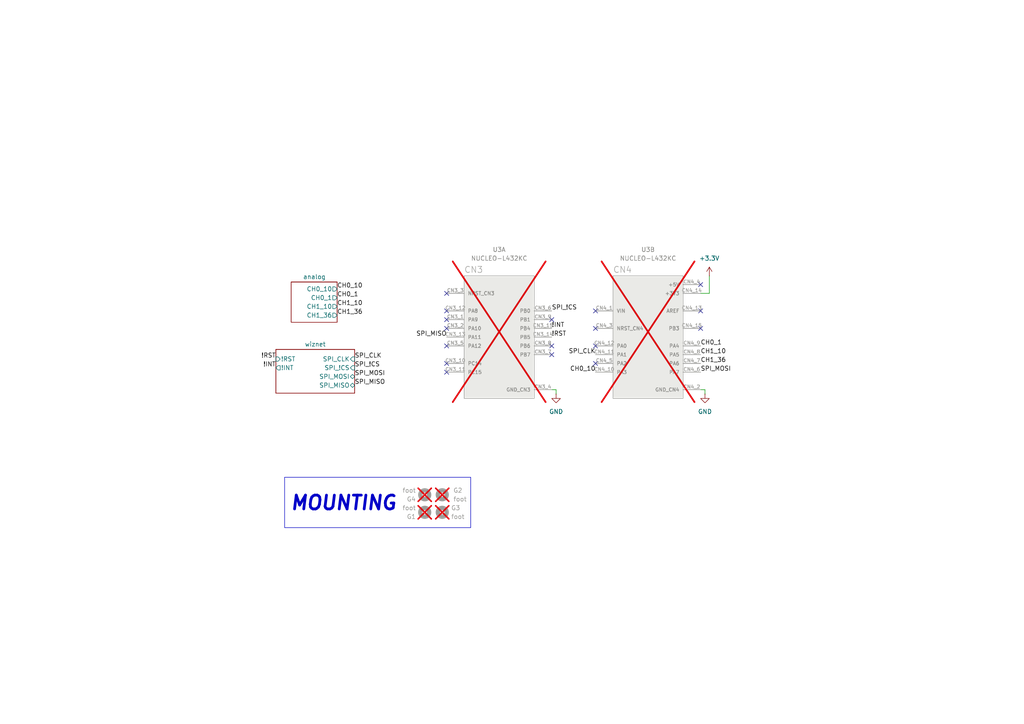
<source format=kicad_sch>
(kicad_sch (version 20250114) (generator "eeschema") (generator_version "9.0")
  (paper "A4")
  (lib_symbols
    (symbol "Mechanical:MountingHole" (pin_names (offset 1.016)) (exclude_from_sim yes) (in_bom no)
      (property "Reference" "H" (at 0 5.08 0))
      (property "Value" "MountingHole" (at 0 3.175 0))
      (symbol "MountingHole_0_1"
        (circle (center 0 0) (radius 1.27) (stroke (width 1.27)))
      )
    )
    (symbol "customLib:NUCLEO-L432KC" (pin_names (offset 1.016))
      (property "Reference" "U" (at -10.16 21.082 0))
      (property "Value" "NUCLEO-L432KC" (at -10.16 -20.32 0))
      (symbol "NUCLEO-L432KC_1_0"
        (rectangle (start -10.16 -17.78) (end 10.16 17.78) (stroke (width 0.1524)) (fill (type background)))
        (text "CN3" (at -10.16 18.542 0) (effects (font (size 1.778 1.778)) (justify left bottom)))
        (pin bidirectional line (at -15.24 12.7 0) (length 5.08) (name "NRST_CN3") (number "CN3_3"))
        (pin bidirectional line (at -15.24 7.62 0) (length 5.08) (name "PA8") (number "CN3_12"))
        (pin bidirectional line (at -15.24 5.08 0) (length 5.08) (name "PA9") (number "CN3_1"))
        (pin bidirectional line (at -15.24 2.54 0) (length 5.08) (name "PA10") (number "CN3_2"))
        (pin bidirectional line (at -15.24 0 0) (length 5.08) (name "PA11") (number "CN3_13"))
        (pin bidirectional line (at -15.24 -2.54 0) (length 5.08) (name "PA12") (number "CN3_5"))
        (pin bidirectional line (at -15.24 -7.62 0) (length 5.08) (name "PC14") (number "CN3_10"))
        (pin bidirectional line (at -15.24 -10.16 0) (length 5.08) (name "PC15") (number "CN3_11"))
        (pin bidirectional line (at 15.24 7.62 180) (length 5.08) (name "PB0") (number "CN3_6"))
        (pin bidirectional line (at 15.24 5.08 180) (length 5.08) (name "PB1") (number "CN3_9"))
        (pin bidirectional line (at 15.24 2.54 180) (length 5.08) (name "PB4") (number "CN3_15"))
        (pin bidirectional line (at 15.24 0 180) (length 5.08) (name "PB5") (number "CN3_14"))
        (pin bidirectional line (at 15.24 -2.54 180) (length 5.08) (name "PB6") (number "CN3_8"))
        (pin bidirectional line (at 15.24 -5.08 180) (length 5.08) (name "PB7") (number "CN3_7"))
        (pin power_in line (at 15.24 -15.24 180) (length 5.08) (name "GND_CN3") (number "CN3_4"))
      )
      (symbol "NUCLEO-L432KC_2_0"
        (rectangle (start -10.16 -17.78) (end 10.16 17.78) (stroke (width 0.1524)) (fill (type background)))
        (text "CN4" (at -10.16 18.542 0) (effects (font (size 1.778 1.778)) (justify left bottom)))
        (pin input line (at -15.24 7.62 0) (length 5.08) (name "VIN") (number "CN4_1"))
        (pin bidirectional line (at -15.24 2.54 0) (length 5.08) (name "NRST_CN4") (number "CN4_3"))
        (pin bidirectional line (at -15.24 -2.54 0) (length 5.08) (name "PA0") (number "CN4_12"))
        (pin bidirectional line (at -15.24 -5.08 0) (length 5.08) (name "PA1") (number "CN4_11"))
        (pin bidirectional line (at -15.24 -7.62 0) (length 5.08) (name "PA2") (number "CN4_5"))
        (pin bidirectional line (at -15.24 -10.16 0) (length 5.08) (name "PA3") (number "CN4_10"))
        (pin power_in line (at 15.24 15.24 180) (length 5.08) (name "+5V") (number "CN4_4"))
        (pin power_in line (at 15.24 12.7 180) (length 5.08) (name "+3V3") (number "CN4_14"))
        (pin bidirectional line (at 15.24 7.62 180) (length 5.08) (name "AREF") (number "CN4_13"))
        (pin bidirectional line (at 15.24 2.54 180) (length 5.08) (name "PB3") (number "CN4_15"))
        (pin bidirectional line (at 15.24 -2.54 180) (length 5.08) (name "PA4") (number "CN4_9"))
        (pin bidirectional line (at 15.24 -5.08 180) (length 5.08) (name "PA5") (number "CN4_8"))
        (pin bidirectional line (at 15.24 -7.62 180) (length 5.08) (name "PA6") (number "CN4_7"))
        (pin bidirectional line (at 15.24 -10.16 180) (length 5.08) (name "PA7") (number "CN4_6"))
        (pin power_in line (at 15.24 -15.24 180) (length 5.08) (name "GND_CN4") (number "CN4_2"))
      )
    )
    (symbol "power:+3.3V" (power) (pin_numbers (hide yes)) (pin_names (offset 0) (hide yes))
      (property "Value" "+3.3V" (at 0 3.556 0))
      (symbol "+3.3V_0_1"
        (polyline (pts (xy -0.762 1.27) (xy 0 2.54)))
        (polyline (pts (xy 0 2.54) (xy 0.762 1.27)))
        (polyline (pts (xy 0 0) (xy 0 2.54)))
      )
      (symbol "+3.3V_1_1"
        (pin power_in line (at 0 0 90) (length 0) (name "~") (number "1"))
      )
    )
    (symbol "power:GND" (power) (pin_numbers (hide yes)) (pin_names (offset 0) (hide yes))
      (property "Value" "GND" (at 0 -3.81 0))
      (symbol "GND_0_1"
        (polyline (pts (xy 0 0) (xy 0 -1.27) (xy 1.27 -1.27) (xy 0 -2.54) (xy -1.27 -1.27) (xy 0 -1.27)))
      )
      (symbol "GND_1_1"
        (pin power_in line (at 0 0 270) (length 0) (name "~") (number "1"))
      )
    )
  )
  (rectangle (start 82.55 138.43) (end 136.525 153.035))
  (text "MOUNTING" (at 115.316 146.05 0) (effects (font (size 4 4) (thickness 0.8) (bold yes) (italic yes)) (justify right)))
  (no_connect (at 203.2 95.25))
  (no_connect (at 129.54 85.09))
  (no_connect (at 160.02 100.33))
  (no_connect (at 172.72 90.17))
  (no_connect (at 129.54 90.17))
  (no_connect (at 172.72 95.25))
  (no_connect (at 203.2 82.55))
  (no_connect (at 172.72 105.41))
  (no_connect (at 129.54 95.25))
  (no_connect (at 129.54 100.33))
  (no_connect (at 203.2 90.17))
  (no_connect (at 129.54 92.71))
  (no_connect (at 129.54 107.95))
  (no_connect (at 160.02 102.87))
  (no_connect (at 160.02 92.71))
  (no_connect (at 129.54 105.41))
  (no_connect (at 172.72 100.33))
  (wire (pts (xy 161.29 113.03) (xy 161.29 114.3)))
  (wire (pts (xy 160.02 113.03) (xy 161.29 113.03)))
  (wire (pts (xy 205.74 85.09) (xy 205.74 80.01)))
  (wire (pts (xy 204.47 113.03) (xy 204.47 114.3)))
  (wire (pts (xy 203.2 85.09) (xy 205.74 85.09)))
  (wire (pts (xy 203.2 113.03) (xy 204.47 113.03)))
  (label "CH1_10" (at 203.2 102.87 0))
  (label "SPI_MOSI" (at 102.87 109.22 0))
  (label "!INT" (at 80.01 106.68 180))
  (label "!RST" (at 160.02 97.79 0))
  (label "SPI_CLK" (at 172.72 102.87 180))
  (label "CH1_36" (at 97.79 91.44 0))
  (label "SPI_!CS" (at 160.02 90.17 0))
  (label "SPI_MOSI" (at 203.2 107.95 0))
  (label "SPI_MISO" (at 129.54 97.79 180))
  (label "!INT" (at 160.02 95.25 0))
  (label "SPI_!CS" (at 102.87 106.68 0))
  (label "CH0_10" (at 97.79 83.82 0))
  (label "SPI_CLK" (at 102.87 104.14 0))
  (label "CH0_1" (at 203.2 100.33 0))
  (label "CH0_1" (at 97.79 86.36 0))
  (label "CH0_10" (at 172.72 107.95 180))
  (label "SPI_MISO" (at 102.87 111.76 0))
  (label "!RST" (at 80.01 104.14 180))
  (label "CH1_36" (at 203.2 105.41 0))
  (label "CH1_10" (at 97.79 88.9 0))
  (symbol (lib_id "customLib:NUCLEO-L432KC") (at 187.96 97.79 0) (unit 2) (dnp yes)
    (property "Reference" "U3" (at 187.96 72.39 0))
    (property "Value" "NUCLEO-L432KC" (at 187.96 74.93 0))
    (property "Footprint" "customLib:NUCLEO-L432KC" (effects (hide yes)))
    (property "PARTREV" "N/A" (effects (hide yes)))
    (property "STANDARD" "Manufacturer Recommendations" (effects (hide yes)))
    (property "MAXIMUM_PACKAGE_HEIGHT" "N/A" (effects (hide yes)))
    (property "MANUFACTURER" "ST Microelectronics" (effects (hide yes)))
  )
  (symbol (lib_id "Mechanical:MountingHole") (at 123.19 148.59 180) (unit 1) (in_bom no) (dnp yes)
    (property "Reference" "G1" (at 120.65 149.8601 0) (effects (justify left)))
    (property "Value" "foot" (at 120.65 147.3201 0) (effects (justify left)))
    (property "Footprint" "customLib:G2009" (effects (hide yes)))
    (property "Datasheet" "https://www.heyco.com/products/heyware/circuit-board-supports/heyco-rubber-push-in-bumpers-type-h-d-t1-and-t2/" (effects (hide yes)))
    (property "Description" "Mounting Hole without connection" (effects (hide yes)))
    (property "mouser" "https://eu.mouser.com/ProductDetail/Heyco/G2009?qs=tEIKvJhp9wUEPT0KV%252B1ieg%3D%3D&srsltid=AfmBOoqhKZjL3Ene7yZ7SPO0215u8oryhSxdme33EftNkotaxV5ctP5k" (effects (hide yes)))
  )
  (symbol (lib_id "customLib:NUCLEO-L432KC") (at 144.78 97.79 0) (unit 1) (dnp yes)
    (property "Reference" "U3" (at 144.78 72.39 0))
    (property "Value" "NUCLEO-L432KC" (at 144.78 74.93 0))
    (property "Footprint" "customLib:NUCLEO-L432KC" (effects (hide yes)))
    (property "PARTREV" "N/A" (effects (hide yes)))
    (property "STANDARD" "Manufacturer Recommendations" (effects (hide yes)))
    (property "MAXIMUM_PACKAGE_HEIGHT" "N/A" (effects (hide yes)))
    (property "MANUFACTURER" "ST Microelectronics" (effects (hide yes)))
  )
  (symbol (lib_id "power:GND") (at 161.29 114.3 0) (unit 1)
    (property "Reference" "#PWR046" (effects (hide yes)))
    (property "Value" "GND" (at 161.29 119.38 0))
    (property "Description" "Power symbol creates a global label with name \"GND\" , ground" (effects (hide yes)))
  )
  (symbol (lib_id "power:+3.3V") (at 205.74 80.01 0) (unit 1)
    (property "Reference" "#PWR047" (effects (hide yes)))
    (property "Value" "+3.3V" (at 205.74 74.93 0))
    (property "Description" "Power symbol creates a global label with name \"+3.3V\"" (effects (hide yes)))
  )
  (symbol (lib_id "power:GND") (at 204.47 114.3 0) (unit 1)
    (property "Reference" "#PWR024" (effects (hide yes)))
    (property "Value" "GND" (at 204.47 119.38 0))
    (property "Description" "Power symbol creates a global label with name \"GND\" , ground" (effects (hide yes)))
  )
  (symbol (lib_id "Mechanical:MountingHole") (at 128.27 143.51 270) (unit 1) (in_bom no) (dnp yes)
    (property "Reference" "G2" (at 131.445 142.2399 90) (effects (justify left)))
    (property "Value" "foot" (at 131.445 144.7799 90) (effects (justify left)))
    (property "Footprint" "customLib:G2009" (effects (hide yes)))
    (property "Datasheet" "https://www.heyco.com/products/heyware/circuit-board-supports/heyco-rubber-push-in-bumpers-type-h-d-t1-and-t2/" (effects (hide yes)))
    (property "Description" "Mounting Hole without connection" (effects (hide yes)))
    (property "mouser" "https://eu.mouser.com/ProductDetail/Heyco/G2009?qs=tEIKvJhp9wUEPT0KV%252B1ieg%3D%3D&srsltid=AfmBOoqhKZjL3Ene7yZ7SPO0215u8oryhSxdme33EftNkotaxV5ctP5k" (effects (hide yes)))
  )
  (symbol (lib_id "Mechanical:MountingHole") (at 123.19 143.51 180) (unit 1) (in_bom no) (dnp yes)
    (property "Reference" "G4" (at 120.65 144.7801 0) (effects (justify left)))
    (property "Value" "foot" (at 120.65 142.2401 0) (effects (justify left)))
    (property "Footprint" "customLib:G2009" (effects (hide yes)))
    (property "Datasheet" "https://www.heyco.com/products/heyware/circuit-board-supports/heyco-rubber-push-in-bumpers-type-h-d-t1-and-t2/" (effects (hide yes)))
    (property "Description" "Mounting Hole without connection" (effects (hide yes)))
    (property "mouser" "https://eu.mouser.com/ProductDetail/Heyco/G2009?qs=tEIKvJhp9wUEPT0KV%252B1ieg%3D%3D&srsltid=AfmBOoqhKZjL3Ene7yZ7SPO0215u8oryhSxdme33EftNkotaxV5ctP5k" (effects (hide yes)))
  )
  (symbol (lib_id "Mechanical:MountingHole") (at 128.27 148.59 0) (unit 1) (in_bom no) (dnp yes)
    (property "Reference" "G3" (at 130.81 147.3199 0) (effects (justify left)))
    (property "Value" "foot" (at 130.81 149.8599 0) (effects (justify left)))
    (property "Footprint" "customLib:G2009" (effects (hide yes)))
    (property "Datasheet" "https://www.heyco.com/products/heyware/circuit-board-supports/heyco-rubber-push-in-bumpers-type-h-d-t1-and-t2/" (effects (hide yes)))
    (property "Description" "Mounting Hole without connection" (effects (hide yes)))
    (property "mouser" "https://eu.mouser.com/ProductDetail/Heyco/G2009?qs=tEIKvJhp9wUEPT0KV%252B1ieg%3D%3D&srsltid=AfmBOoqhKZjL3Ene7yZ7SPO0215u8oryhSxdme33EftNkotaxV5ctP5k" (effects (hide yes)))
  )
  (sheet (at 80.01 101.346) (size 22.86 12.7) (stroke (width 0.1524))
    (property "Sheetname" "wiznet" (at 91.44 100.584 0) (effects (justify bottom)))
    (property "Sheetfile" "wiznet.kicad_sch" (effects (hide yes)))
    (pin "!RST" input (at 80.01 104.14 180))
    (pin "!INT" output (at 80.01 106.68 180))
    (pin "SPI_CLK" input (at 102.87 104.14 0))
    (pin "SPI_!CS" input (at 102.87 106.68 0))
    (pin "SPI_MOSI" bidirectional (at 102.87 109.22 0))
    (pin "SPI_MISO" bidirectional (at 102.87 111.76 0))
  )
  (sheet (at 84.455 81.788) (size 13.335 11.684) (stroke (width 0.1524))
    (property "Sheetname" "analog" (at 91.186 81.026 0) (effects (justify bottom)))
    (property "Sheetfile" "analog.kicad_sch" (effects (hide yes)))
    (pin "CH0_1" output (at 97.79 86.36 0))
    (pin "CH1_10" output (at 97.79 88.9 0))
    (pin "CH1_36" output (at 97.79 91.44 0))
    (pin "CH0_10" output (at 97.79 83.82 0))
  )
)
</source>
